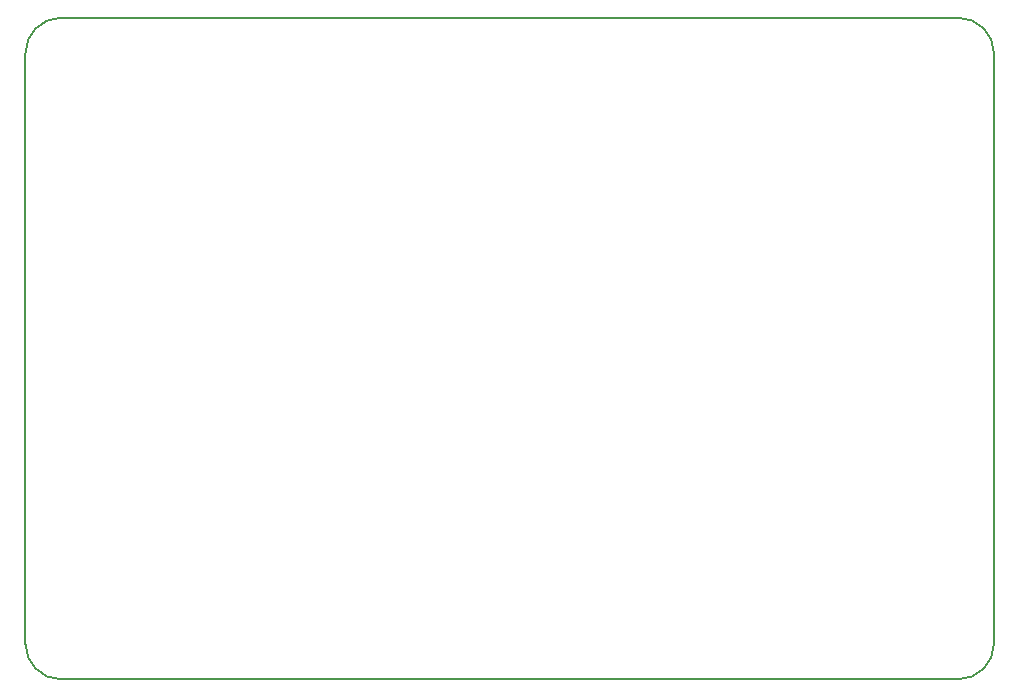
<source format=gm1>
G04 #@! TF.GenerationSoftware,KiCad,Pcbnew,(6.0.2)*
G04 #@! TF.CreationDate,2023-01-29T12:52:02-08:00*
G04 #@! TF.ProjectId,ripplecounter,72697070-6c65-4636-9f75-6e7465722e6b,rev?*
G04 #@! TF.SameCoordinates,Original*
G04 #@! TF.FileFunction,Profile,NP*
%FSLAX46Y46*%
G04 Gerber Fmt 4.6, Leading zero omitted, Abs format (unit mm)*
G04 Created by KiCad (PCBNEW (6.0.2)) date 2023-01-29 12:52:02*
%MOMM*%
%LPD*%
G01*
G04 APERTURE LIST*
G04 #@! TA.AperFunction,Profile*
%ADD10C,0.200000*%
G04 #@! TD*
G04 APERTURE END LIST*
D10*
X50000000Y-53000000D02*
X50000000Y-103000000D01*
X129000000Y-50000000D02*
X53000000Y-50000000D01*
X132000000Y-103000000D02*
X132000000Y-53000000D01*
X53000000Y-106000000D02*
X129000000Y-106000000D01*
X50000000Y-103000000D02*
G75*
G03*
X53000000Y-106000000I3000000J0D01*
G01*
X129000000Y-106000000D02*
G75*
G03*
X132000000Y-103000000I0J3000000D01*
G01*
X132000000Y-53000000D02*
G75*
G03*
X129000000Y-50000000I-3000000J0D01*
G01*
X53000000Y-50000000D02*
G75*
G03*
X50000000Y-53000000I0J-3000000D01*
G01*
M02*

</source>
